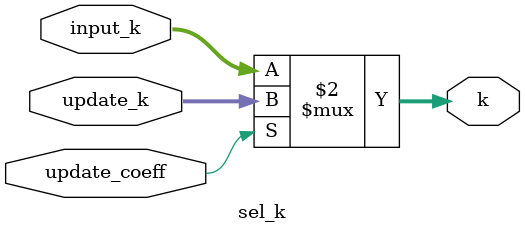
<source format=v>
`timescale 1ns / 1ps

module sel_k(
    input signed [15:0] input_k,
    input signed [15:0] update_k,
    input update_coeff,
    output signed [15:0] k
    );
        
    assign k = (update_coeff==1'b1)? update_k: input_k;
    
endmodule

</source>
